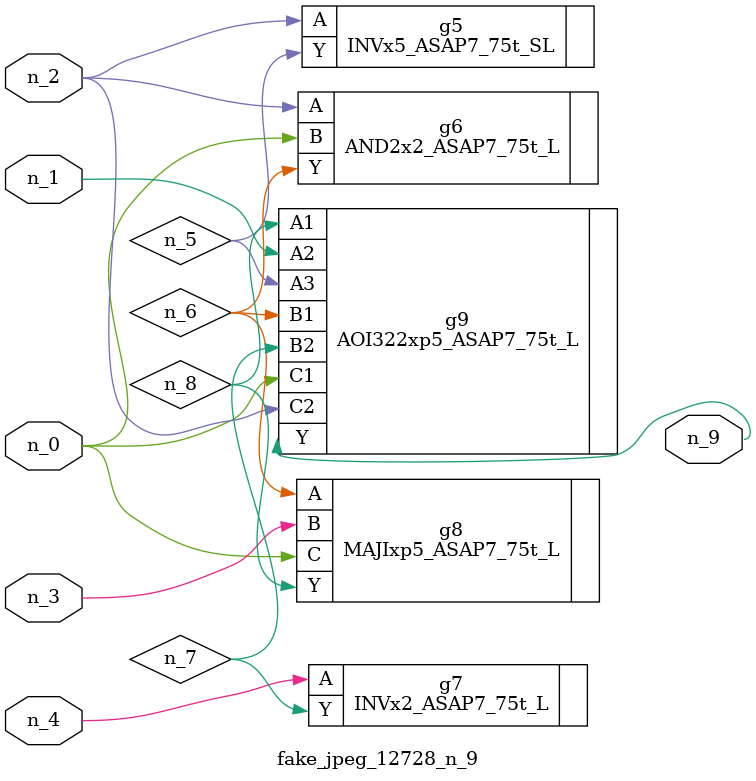
<source format=v>
module fake_jpeg_12728_n_9 (n_3, n_2, n_1, n_0, n_4, n_9);

input n_3;
input n_2;
input n_1;
input n_0;
input n_4;

output n_9;

wire n_8;
wire n_6;
wire n_5;
wire n_7;

INVx5_ASAP7_75t_SL g5 ( 
.A(n_2),
.Y(n_5)
);

AND2x2_ASAP7_75t_L g6 ( 
.A(n_2),
.B(n_0),
.Y(n_6)
);

INVx2_ASAP7_75t_L g7 ( 
.A(n_4),
.Y(n_7)
);

MAJIxp5_ASAP7_75t_L g8 ( 
.A(n_6),
.B(n_3),
.C(n_0),
.Y(n_8)
);

AOI322xp5_ASAP7_75t_L g9 ( 
.A1(n_8),
.A2(n_1),
.A3(n_5),
.B1(n_6),
.B2(n_7),
.C1(n_0),
.C2(n_2),
.Y(n_9)
);


endmodule
</source>
